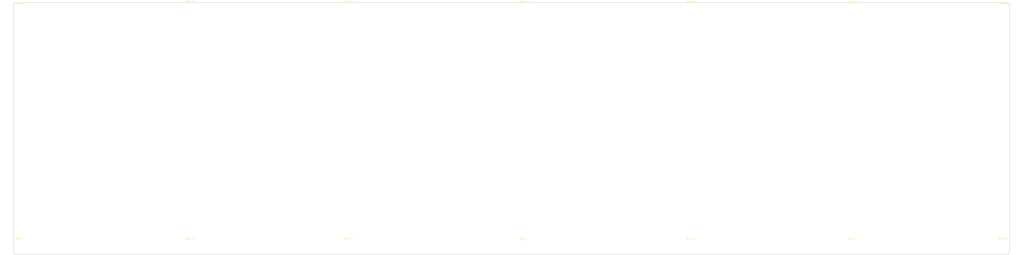
<source format=kicad_pcb>
(kicad_pcb (version 20171130) (host pcbnew "(5.1.6)-1")

  (general
    (thickness 1.6)
    (drawings 8)
    (tracks 0)
    (zones 0)
    (modules 14)
    (nets 1)
  )

  (page A4)
  (layers
    (0 F.Cu signal)
    (31 B.Cu signal)
    (32 B.Adhes user)
    (33 F.Adhes user)
    (34 B.Paste user)
    (35 F.Paste user)
    (36 B.SilkS user)
    (37 F.SilkS user)
    (38 B.Mask user)
    (39 F.Mask user)
    (40 Dwgs.User user)
    (41 Cmts.User user)
    (42 Eco1.User user)
    (43 Eco2.User user)
    (44 Edge.Cuts user)
    (45 Margin user)
    (46 B.CrtYd user)
    (47 F.CrtYd user)
    (48 B.Fab user)
    (49 F.Fab user)
  )

  (setup
    (last_trace_width 0.254)
    (trace_clearance 0.2)
    (zone_clearance 0.508)
    (zone_45_only no)
    (trace_min 0.2)
    (via_size 0.8)
    (via_drill 0.4)
    (via_min_size 0.4)
    (via_min_drill 0.3)
    (uvia_size 0.3)
    (uvia_drill 0.1)
    (uvias_allowed no)
    (uvia_min_size 0.2)
    (uvia_min_drill 0.1)
    (edge_width 0.05)
    (segment_width 0.2)
    (pcb_text_width 0.3)
    (pcb_text_size 1.5 1.5)
    (mod_edge_width 0.12)
    (mod_text_size 1 1)
    (mod_text_width 0.15)
    (pad_size 1.524 1.524)
    (pad_drill 0.762)
    (pad_to_mask_clearance 0.05)
    (aux_axis_origin 0 0)
    (grid_origin 305.59375 254)
    (visible_elements 7FFFFFFF)
    (pcbplotparams
      (layerselection 0x010f0_ffffffff)
      (usegerberextensions true)
      (usegerberattributes false)
      (usegerberadvancedattributes true)
      (creategerberjobfile false)
      (excludeedgelayer true)
      (linewidth 0.100000)
      (plotframeref false)
      (viasonmask false)
      (mode 1)
      (useauxorigin false)
      (hpglpennumber 1)
      (hpglpenspeed 20)
      (hpglpendiameter 15.000000)
      (psnegative false)
      (psa4output false)
      (plotreference true)
      (plotvalue true)
      (plotinvisibletext false)
      (padsonsilk false)
      (subtractmaskfromsilk true)
      (outputformat 1)
      (mirror false)
      (drillshape 0)
      (scaleselection 1)
      (outputdirectory "gerber/"))
  )

  (net 0 "")

  (net_class Default "This is the default net class."
    (clearance 0.2)
    (trace_width 0.254)
    (via_dia 0.8)
    (via_drill 0.4)
    (uvia_dia 0.3)
    (uvia_drill 0.1)
  )

  (net_class "Net Power" ""
    (clearance 0.2)
    (trace_width 0.381)
    (via_dia 0.8)
    (via_drill 0.4)
    (uvia_dia 0.3)
    (uvia_drill 0.1)
  )

  (module MountingHole:MountingHole_2.2mm_M2 (layer F.Cu) (tedit 56D1B4CB) (tstamp 5F04A54D)
    (at -5.30225 225.933)
    (descr "Mounting Hole 2.2mm, no annular, M2")
    (tags "mounting hole 2.2mm no annular m2")
    (attr virtual)
    (fp_text reference REF** (at 0 -3.2) (layer F.SilkS)
      (effects (font (size 1 1) (thickness 0.15)))
    )
    (fp_text value MountingHole_2.2mm_M2 (at 0 3.2) (layer F.Fab)
      (effects (font (size 1 1) (thickness 0.15)))
    )
    (fp_circle (center 0 0) (end 2.2 0) (layer Cmts.User) (width 0.15))
    (fp_circle (center 0 0) (end 2.45 0) (layer F.CrtYd) (width 0.05))
    (fp_text user %R (at 0.3 0) (layer F.Fab)
      (effects (font (size 1 1) (thickness 0.15)))
    )
    (pad 1 np_thru_hole circle (at 0 0) (size 2.2 2.2) (drill 2.2) (layers *.Cu *.Mask))
  )

  (module MountingHole:MountingHole_2.2mm_M2 (layer F.Cu) (tedit 56D1B4CB) (tstamp 5F04A546)
    (at 450.75475 116.713)
    (descr "Mounting Hole 2.2mm, no annular, M2")
    (tags "mounting hole 2.2mm no annular m2")
    (attr virtual)
    (fp_text reference REF** (at 0 -3.2) (layer F.SilkS)
      (effects (font (size 1 1) (thickness 0.15)))
    )
    (fp_text value MountingHole_2.2mm_M2 (at 0 3.2) (layer F.Fab)
      (effects (font (size 1 1) (thickness 0.15)))
    )
    (fp_circle (center 0 0) (end 2.2 0) (layer Cmts.User) (width 0.15))
    (fp_circle (center 0 0) (end 2.45 0) (layer F.CrtYd) (width 0.05))
    (fp_text user %R (at 0.3 0) (layer F.Fab)
      (effects (font (size 1 1) (thickness 0.15)))
    )
    (pad 1 np_thru_hole circle (at 0 0) (size 2.2 2.2) (drill 2.2) (layers *.Cu *.Mask))
  )

  (module MountingHole:MountingHole_2.2mm_M2 (layer F.Cu) (tedit 56D1B4CB) (tstamp 5F04A53F)
    (at 305.97475 115.824)
    (descr "Mounting Hole 2.2mm, no annular, M2")
    (tags "mounting hole 2.2mm no annular m2")
    (attr virtual)
    (fp_text reference REF** (at 0 -3.2) (layer F.SilkS)
      (effects (font (size 1 1) (thickness 0.15)))
    )
    (fp_text value MountingHole_2.2mm_M2 (at 0 3.2) (layer F.Fab)
      (effects (font (size 1 1) (thickness 0.15)))
    )
    (fp_circle (center 0 0) (end 2.2 0) (layer Cmts.User) (width 0.15))
    (fp_circle (center 0 0) (end 2.45 0) (layer F.CrtYd) (width 0.05))
    (fp_text user %R (at 0.3 0) (layer F.Fab)
      (effects (font (size 1 1) (thickness 0.15)))
    )
    (pad 1 np_thru_hole circle (at 0 0) (size 2.2 2.2) (drill 2.2) (layers *.Cu *.Mask))
  )

  (module MountingHole:MountingHole_2.2mm_M2 (layer F.Cu) (tedit 56D1B4CB) (tstamp 5F04A538)
    (at 305.84775 226.06)
    (descr "Mounting Hole 2.2mm, no annular, M2")
    (tags "mounting hole 2.2mm no annular m2")
    (attr virtual)
    (fp_text reference REF** (at 0 -3.2) (layer F.SilkS)
      (effects (font (size 1 1) (thickness 0.15)))
    )
    (fp_text value MountingHole_2.2mm_M2 (at 0 3.2) (layer F.Fab)
      (effects (font (size 1 1) (thickness 0.15)))
    )
    (fp_circle (center 0 0) (end 2.2 0) (layer Cmts.User) (width 0.15))
    (fp_circle (center 0 0) (end 2.45 0) (layer F.CrtYd) (width 0.05))
    (fp_text user %R (at 0.3 0) (layer F.Fab)
      (effects (font (size 1 1) (thickness 0.15)))
    )
    (pad 1 np_thru_hole circle (at 0 0) (size 2.2 2.2) (drill 2.2) (layers *.Cu *.Mask))
  )

  (module MountingHole:MountingHole_2.2mm_M2 (layer F.Cu) (tedit 56D1B4CB) (tstamp 5F04A531)
    (at 147.22475 115.697)
    (descr "Mounting Hole 2.2mm, no annular, M2")
    (tags "mounting hole 2.2mm no annular m2")
    (attr virtual)
    (fp_text reference REF** (at 0 -3.2) (layer F.SilkS)
      (effects (font (size 1 1) (thickness 0.15)))
    )
    (fp_text value MountingHole_2.2mm_M2 (at 0 3.2) (layer F.Fab)
      (effects (font (size 1 1) (thickness 0.15)))
    )
    (fp_circle (center 0 0) (end 2.2 0) (layer Cmts.User) (width 0.15))
    (fp_circle (center 0 0) (end 2.45 0) (layer F.CrtYd) (width 0.05))
    (fp_text user %R (at 0.3 0) (layer F.Fab)
      (effects (font (size 1 1) (thickness 0.15)))
    )
    (pad 1 np_thru_hole circle (at 0 0) (size 2.2 2.2) (drill 2.2) (layers *.Cu *.Mask))
  )

  (module MountingHole:MountingHole_2.2mm_M2 (layer F.Cu) (tedit 56D1B4CB) (tstamp 5F04A52A)
    (at 147.09775 225.933)
    (descr "Mounting Hole 2.2mm, no annular, M2")
    (tags "mounting hole 2.2mm no annular m2")
    (attr virtual)
    (fp_text reference REF** (at 0 -3.2) (layer F.SilkS)
      (effects (font (size 1 1) (thickness 0.15)))
    )
    (fp_text value MountingHole_2.2mm_M2 (at 0 3.2) (layer F.Fab)
      (effects (font (size 1 1) (thickness 0.15)))
    )
    (fp_circle (center 0 0) (end 2.2 0) (layer Cmts.User) (width 0.15))
    (fp_circle (center 0 0) (end 2.45 0) (layer F.CrtYd) (width 0.05))
    (fp_text user %R (at 0.3 0) (layer F.Fab)
      (effects (font (size 1 1) (thickness 0.15)))
    )
    (pad 1 np_thru_hole circle (at 0 0) (size 2.2 2.2) (drill 2.2) (layers *.Cu *.Mask))
  )

  (module MountingHole:MountingHole_2.2mm_M2 (layer F.Cu) (tedit 56D1B4CB) (tstamp 5F04A523)
    (at 73.56475 115.697)
    (descr "Mounting Hole 2.2mm, no annular, M2")
    (tags "mounting hole 2.2mm no annular m2")
    (attr virtual)
    (fp_text reference REF** (at 0 -3.2) (layer F.SilkS)
      (effects (font (size 1 1) (thickness 0.15)))
    )
    (fp_text value MountingHole_2.2mm_M2 (at 0 3.2) (layer F.Fab)
      (effects (font (size 1 1) (thickness 0.15)))
    )
    (fp_circle (center 0 0) (end 2.2 0) (layer Cmts.User) (width 0.15))
    (fp_circle (center 0 0) (end 2.45 0) (layer F.CrtYd) (width 0.05))
    (fp_text user %R (at 0.3 0) (layer F.Fab)
      (effects (font (size 1 1) (thickness 0.15)))
    )
    (pad 1 np_thru_hole circle (at 0 0) (size 2.2 2.2) (drill 2.2) (layers *.Cu *.Mask))
  )

  (module MountingHole:MountingHole_2.2mm_M2 (layer F.Cu) (tedit 56D1B4CB) (tstamp 5F04A51C)
    (at 73.43775 225.933)
    (descr "Mounting Hole 2.2mm, no annular, M2")
    (tags "mounting hole 2.2mm no annular m2")
    (attr virtual)
    (fp_text reference REF** (at 0 -3.2) (layer F.SilkS)
      (effects (font (size 1 1) (thickness 0.15)))
    )
    (fp_text value MountingHole_2.2mm_M2 (at 0 3.2) (layer F.Fab)
      (effects (font (size 1 1) (thickness 0.15)))
    )
    (fp_circle (center 0 0) (end 2.2 0) (layer Cmts.User) (width 0.15))
    (fp_circle (center 0 0) (end 2.45 0) (layer F.CrtYd) (width 0.05))
    (fp_text user %R (at 0.3 0) (layer F.Fab)
      (effects (font (size 1 1) (thickness 0.15)))
    )
    (pad 1 np_thru_hole circle (at 0 0) (size 2.2 2.2) (drill 2.2) (layers *.Cu *.Mask))
  )

  (module MountingHole:MountingHole_2.2mm_M2 (layer F.Cu) (tedit 56D1B4CB) (tstamp 5F04A515)
    (at 380.90475 115.824)
    (descr "Mounting Hole 2.2mm, no annular, M2")
    (tags "mounting hole 2.2mm no annular m2")
    (attr virtual)
    (fp_text reference REF** (at 0 -3.2) (layer F.SilkS)
      (effects (font (size 1 1) (thickness 0.15)))
    )
    (fp_text value MountingHole_2.2mm_M2 (at 0 3.2) (layer F.Fab)
      (effects (font (size 1 1) (thickness 0.15)))
    )
    (fp_circle (center 0 0) (end 2.2 0) (layer Cmts.User) (width 0.15))
    (fp_circle (center 0 0) (end 2.45 0) (layer F.CrtYd) (width 0.05))
    (fp_text user %R (at 0.3 0) (layer F.Fab)
      (effects (font (size 1 1) (thickness 0.15)))
    )
    (pad 1 np_thru_hole circle (at 0 0) (size 2.2 2.2) (drill 2.2) (layers *.Cu *.Mask))
  )

  (module MountingHole:MountingHole_2.2mm_M2 (layer F.Cu) (tedit 56D1B4CB) (tstamp 5F04A50E)
    (at 380.77775 226.06)
    (descr "Mounting Hole 2.2mm, no annular, M2")
    (tags "mounting hole 2.2mm no annular m2")
    (attr virtual)
    (fp_text reference REF** (at 0 -3.2) (layer F.SilkS)
      (effects (font (size 1 1) (thickness 0.15)))
    )
    (fp_text value MountingHole_2.2mm_M2 (at 0 3.2) (layer F.Fab)
      (effects (font (size 1 1) (thickness 0.15)))
    )
    (fp_circle (center 0 0) (end 2.2 0) (layer Cmts.User) (width 0.15))
    (fp_circle (center 0 0) (end 2.45 0) (layer F.CrtYd) (width 0.05))
    (fp_text user %R (at 0.3 0) (layer F.Fab)
      (effects (font (size 1 1) (thickness 0.15)))
    )
    (pad 1 np_thru_hole circle (at 0 0) (size 2.2 2.2) (drill 2.2) (layers *.Cu *.Mask))
  )

  (module MountingHole:MountingHole_2.2mm_M2 (layer F.Cu) (tedit 56D1B4CB) (tstamp 5F04A507)
    (at -5.17525 116.713)
    (descr "Mounting Hole 2.2mm, no annular, M2")
    (tags "mounting hole 2.2mm no annular m2")
    (attr virtual)
    (fp_text reference REF** (at 0 -3.2) (layer F.SilkS)
      (effects (font (size 1 1) (thickness 0.15)))
    )
    (fp_text value MountingHole_2.2mm_M2 (at 0 3.2) (layer F.Fab)
      (effects (font (size 1 1) (thickness 0.15)))
    )
    (fp_circle (center 0 0) (end 2.2 0) (layer Cmts.User) (width 0.15))
    (fp_circle (center 0 0) (end 2.45 0) (layer F.CrtYd) (width 0.05))
    (fp_text user %R (at 0.3 0) (layer F.Fab)
      (effects (font (size 1 1) (thickness 0.15)))
    )
    (pad 1 np_thru_hole circle (at 0 0) (size 2.2 2.2) (drill 2.2) (layers *.Cu *.Mask))
  )

  (module MountingHole:MountingHole_2.2mm_M2 (layer F.Cu) (tedit 56D1B4CB) (tstamp 5F04A500)
    (at 228.37775 226.06)
    (descr "Mounting Hole 2.2mm, no annular, M2")
    (tags "mounting hole 2.2mm no annular m2")
    (attr virtual)
    (fp_text reference REF** (at 0 -3.2) (layer F.SilkS)
      (effects (font (size 1 1) (thickness 0.15)))
    )
    (fp_text value MountingHole_2.2mm_M2 (at 0 3.2) (layer F.Fab)
      (effects (font (size 1 1) (thickness 0.15)))
    )
    (fp_circle (center 0 0) (end 2.2 0) (layer Cmts.User) (width 0.15))
    (fp_circle (center 0 0) (end 2.45 0) (layer F.CrtYd) (width 0.05))
    (fp_text user %R (at 0.3 0) (layer F.Fab)
      (effects (font (size 1 1) (thickness 0.15)))
    )
    (pad 1 np_thru_hole circle (at 0 0) (size 2.2 2.2) (drill 2.2) (layers *.Cu *.Mask))
  )

  (module MountingHole:MountingHole_2.2mm_M2 (layer F.Cu) (tedit 56D1B4CB) (tstamp 5F04A4F9)
    (at 228.50475 115.824)
    (descr "Mounting Hole 2.2mm, no annular, M2")
    (tags "mounting hole 2.2mm no annular m2")
    (attr virtual)
    (fp_text reference REF** (at 0 -3.2) (layer F.SilkS)
      (effects (font (size 1 1) (thickness 0.15)))
    )
    (fp_text value MountingHole_2.2mm_M2 (at 0 3.2) (layer F.Fab)
      (effects (font (size 1 1) (thickness 0.15)))
    )
    (fp_circle (center 0 0) (end 2.2 0) (layer Cmts.User) (width 0.15))
    (fp_circle (center 0 0) (end 2.45 0) (layer F.CrtYd) (width 0.05))
    (fp_text user %R (at 0.3 0) (layer F.Fab)
      (effects (font (size 1 1) (thickness 0.15)))
    )
    (pad 1 np_thru_hole circle (at 0 0) (size 2.2 2.2) (drill 2.2) (layers *.Cu *.Mask))
  )

  (module MountingHole:MountingHole_2.2mm_M2 (layer F.Cu) (tedit 56D1B4CB) (tstamp 5F04A4F2)
    (at 450.62775 225.933)
    (descr "Mounting Hole 2.2mm, no annular, M2")
    (tags "mounting hole 2.2mm no annular m2")
    (attr virtual)
    (fp_text reference REF** (at 0 -3.2) (layer F.SilkS)
      (effects (font (size 1 1) (thickness 0.15)))
    )
    (fp_text value MountingHole_2.2mm_M2 (at 0 3.2) (layer F.Fab)
      (effects (font (size 1 1) (thickness 0.15)))
    )
    (fp_circle (center 0 0) (end 2.2 0) (layer Cmts.User) (width 0.15))
    (fp_circle (center 0 0) (end 2.45 0) (layer F.CrtYd) (width 0.05))
    (fp_text user %R (at 0.3 0) (layer F.Fab)
      (effects (font (size 1 1) (thickness 0.15)))
    )
    (pad 1 np_thru_hole circle (at 0 0) (size 2.2 2.2) (drill 2.2) (layers *.Cu *.Mask))
  )

  (gr_line (start 453.5551 113.64595) (end 453.5551 229.00005) (layer Edge.Cuts) (width 0.2) (tstamp 5F04A14B))
  (gr_line (start -7.61365 112.8522) (end 452.76135 112.8522) (layer Edge.Cuts) (width 0.2) (tstamp 5F04A13F))
  (gr_arc (start 452.76135 229.00005) (end 452.76135 229.7938) (angle -90) (layer Edge.Cuts) (width 0.2) (tstamp 5F04A13E))
  (gr_arc (start 452.76135 113.64595) (end 453.5551 113.64595) (angle -90) (layer Edge.Cuts) (width 0.2) (tstamp 5F04A13D))
  (gr_arc (start -7.61365 229.00005) (end -8.4074 229.00005) (angle -90) (layer Edge.Cuts) (width 0.2) (tstamp 5F04A13A))
  (gr_line (start -7.61365 229.7938) (end 452.76135 229.7938) (layer Edge.Cuts) (width 0.2) (tstamp 5F04A138))
  (gr_line (start -8.4074 113.64595) (end -8.4074 229.00005) (layer Edge.Cuts) (width 0.2) (tstamp 5F04A137))
  (gr_arc (start -7.61365 113.64595) (end -7.61365 112.8522) (angle -90) (layer Edge.Cuts) (width 0.2) (tstamp 5F04A136))

)

</source>
